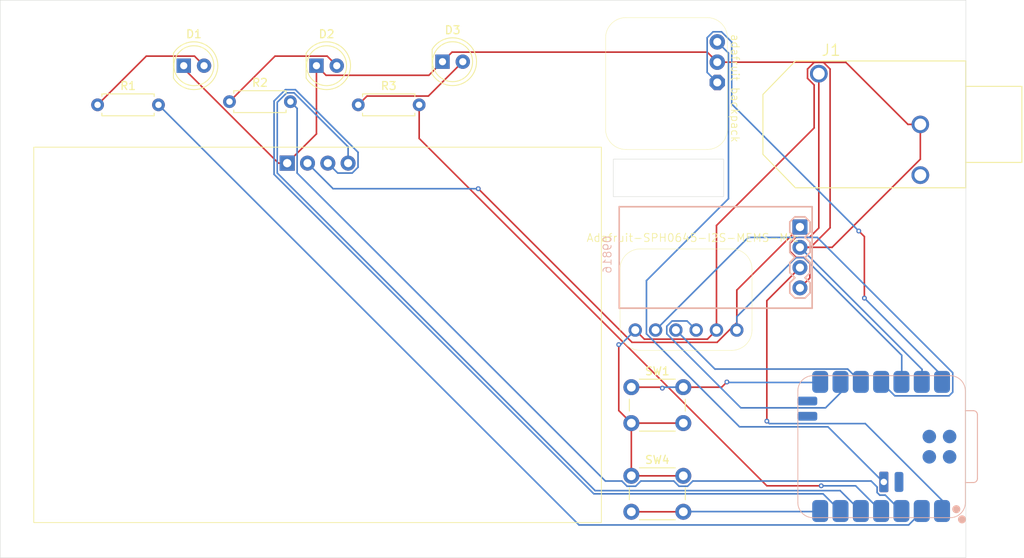
<source format=kicad_pcb>
(kicad_pcb (version 20241229) (generator "pcbnew") (generator_version "9.0")
  (layers (0 "F.Cu" signal) (2 "B.Cu" signal) (13 "F.Paste" user) (15 "B.Paste" user) (5 "F.SilkS" user "F.Silkscreen") (7 "B.SilkS" user "B.Silkscreen") (1 "F.Mask" user) (3 "B.Mask" user) (25 "Edge.Cuts" user))
  (net 0 "")
  (net 1 "GND")
  (net 2 "Net-(D1-A)")
  (net 3 "Net-(D2-A)")
  (net 4 "Net-(D3-A)")
  (net 5 "Net-(U2-IN)")
  (net 7 "3V")
  (net 8 "Net-(MIC1-CLK)")
  (net 9 "Net-(MIC1-WS)")
  (net 10 "Net-(MIC1-DAT)")
  (net 11 "Net-(OL1-SCL)")
  (net 12 "Net-(OL1-SDA)")
  (net 13 "Net-(U1-P0.03_A1_D1)")
  (net 14 "Net-(U1-P0.28_A2_D2)")
  (net 15 "Net-(U1-P0.29_A3_D3)")
  (net 16 "Net-(U1-P1.12_D7_RX)")
  (net 17 "Net-(U1-P1.11_D6_TX)")
  (net 18 "Net-(U1-P0.02_A0_D0)")
  (net 21 "BAT")
  (net 24 "+5V")
  (footprint "LED_THT:LED_D5.0mm" (layer "F.Cu") (at 92.925 81.6)
    (property "Reference" "D3" (at 1.27 -3.96 0) (layer "F.SilkS"))
    (property "Value" "LED")
    (fp_line (start -1.29 -1.545) (end -1.29 1.545) (stroke (width 0.12)) (layer "F.SilkS"))
    (fp_arc (start -1.29 -1.54483) (mid 2.071779 -2.880495) (end 4.26 0) (stroke (width 0.12)) (layer "F.SilkS"))
    (fp_arc (start 4.26 0) (mid 2.071779 2.880495) (end -1.29 1.54483) (stroke (width 0.12)) (layer "F.SilkS"))
    (fp_circle (center 1.27 0) (end 3.77 0) (stroke (width 0.12)) (fill no) (layer "F.SilkS"))
    (pad "1" thru_hole rect (at 0 0) (size 1.8 1.8) (drill 0.9) (layers "*.Cu" "*.Mask") (net 1 "GND"))
    (pad "2" thru_hole circle (at 2.54 0) (size 1.8 1.8) (drill 0.9) (layers "*.Cu" "*.Mask") (net 4 "Net-(D3-A)"))
  )
  (footprint "Resistor_THT:R_Axial_DIN0207_L6.3mm_D2.5mm_P7.62mm_Horizontal" (layer "F.Cu") (at 49.78 87)
    (property "Reference" "R1" (at 3.81 -2.37 0) (layer "F.SilkS"))
    (property "Value" "R")
    (fp_line (start 0.54 -1.37) (end 7.08 -1.37) (stroke (width 0.12)) (layer "F.SilkS"))
    (fp_line (start 0.54 -1.04) (end 0.54 -1.37) (stroke (width 0.12)) (layer "F.SilkS"))
    (fp_line (start 0.54 1.04) (end 0.54 1.37) (stroke (width 0.12)) (layer "F.SilkS"))
    (fp_line (start 0.54 1.37) (end 7.08 1.37) (stroke (width 0.12)) (layer "F.SilkS"))
    (fp_line (start 7.08 -1.37) (end 7.08 -1.04) (stroke (width 0.12)) (layer "F.SilkS"))
    (fp_line (start 7.08 1.37) (end 7.08 1.04) (stroke (width 0.12)) (layer "F.SilkS"))
    (pad "1" thru_hole circle (at 0 0) (size 1.6 1.6) (drill 0.8) (layers "*.Cu" "*.Mask") (net 2 "Net-(D1-A)"))
    (pad "2" thru_hole circle (at 7.62 0) (size 1.6 1.6) (drill 0.8) (layers "*.Cu" "*.Mask") (net 13 "Net-(U1-P0.03_A1_D1)"))
  )
  (footprint "LED_THT:LED_D5.0mm" (layer "F.Cu") (at 60.56 82.1)
    (property "Reference" "D1" (at 1.27 -3.96 0) (layer "F.SilkS"))
    (property "Value" "LED")
    (fp_line (start -1.29 -1.545) (end -1.29 1.545) (stroke (width 0.12)) (layer "F.SilkS"))
    (fp_arc (start -1.29 -1.54483) (mid 2.071779 -2.880495) (end 4.26 0) (stroke (width 0.12)) (layer "F.SilkS"))
    (fp_arc (start 4.26 0) (mid 2.071779 2.880495) (end -1.29 1.54483) (stroke (width 0.12)) (layer "F.SilkS"))
    (fp_circle (center 1.27 0) (end 3.77 0) (stroke (width 0.12)) (fill no) (layer "F.SilkS"))
    (pad "1" thru_hole rect (at 0 0) (size 1.8 1.8) (drill 0.9) (layers "*.Cu" "*.Mask") (net 1 "GND"))
    (pad "2" thru_hole circle (at 2.54 0) (size 1.8 1.8) (drill 0.9) (layers "*.Cu" "*.Mask") (net 2 "Net-(D1-A)"))
  )
  (footprint "battery backpack:battery backpack" (layer "F.Cu") (at 120.45 84.59 -90)
    (property "Reference" "U3" (hide yes))
    (property "Value" "Adafruit LiIon/LiPoly Backpack" (hide yes))
    (fp_line (start 5.46 7.12) (end -5.97 7.12) (stroke (width 0.05)) (layer "F.SilkS"))
    (fp_line (start -8.51 4.58) (end -8.51 -5.58) (stroke (width 0.05)) (layer "F.SilkS"))
    (fp_line (start 8 -5.58) (end 8 4.58) (stroke (width 0.05)) (layer "F.SilkS"))
    (fp_line (start -5.97 -8.12) (end 5.46 -8.12) (stroke (width 0.05)) (layer "F.SilkS"))
    (fp_arc (start -5.97 7.12) (mid -7.766051 6.376051) (end -8.51 4.58) (stroke (width 0.05)) (layer "F.SilkS"))
    (fp_arc (start 8 4.58) (mid 7.256051 6.376051) (end 5.46 7.12) (stroke (width 0.05)) (layer "F.SilkS"))
    (fp_arc (start -8.51 -5.58) (mid -7.766051 -7.376051) (end -5.97 -8.12) (stroke (width 0.05)) (layer "F.SilkS"))
    (fp_arc (start 5.46 -8.12) (mid 7.256051 -7.376051) (end 8 -5.58) (stroke (width 0.05)) (layer "F.SilkS"))
    (fp_text user "adafruit backpack" (at -6.5 -8.5 270) (layer "F.SilkS") (effects (font (thickness 0.1)) (justify left bottom)))
    (pad "1" thru_hole roundrect (at -0.39 -6.85 180) (size 1.9304 1.9304) (drill 1) (layers "*.Cu" "*.Mask") (chamfer_ratio 0.2928932188) (chamfer top_left top_right bottom_left bottom_right) (net 24 "+5V"))
    (pad "2" thru_hole circle (at -2.93 -6.85 180) (size 1.9304 1.9304) (drill 1) (layers "*.Cu" "*.Mask") (net 1 "GND"))
    (pad "3" thru_hole circle (at -5.47 -6.85 180) (size 1.9304 1.9304) (drill 1) (layers "*.Cu" "*.Mask") (net 21 "BAT"))
  )
  (footprint "RN112BPC:SWITCHCRAFT_RN112BPC" (layer "F.Cu") (at 152.7 89.45)
    (property "Reference" "J1" (at -11.155 -9.289 0) (layer "F.SilkS") (effects (font (size 1.4 1.4))))
    (property "Value" "RN112BPC")
    (fp_line (start -19.69 -3.75) (end -15.626 -7.94) (stroke (width 0.127)) (layer "F.SilkS"))
    (fp_line (start -19.69 3.75) (end -19.69 -3.75) (stroke (width 0.127)) (layer "F.SilkS"))
    (fp_line (start -15.626 -7.94) (end 5.68 -7.94) (stroke (width 0.127)) (layer "F.SilkS"))
    (fp_line (start -15.626 7.94) (end -19.69 3.75) (stroke (width 0.127)) (layer "F.SilkS"))
    (fp_line (start 5.68 -7.94) (end 5.68 -4.7625) (stroke (width 0.127)) (layer "F.SilkS"))
    (fp_line (start 5.68 -4.7625) (end 5.68 4.7625) (stroke (width 0.127)) (layer "F.SilkS"))
    (fp_line (start 5.68 -4.7625) (end 12.7 -4.7625) (stroke (width 0.127)) (layer "F.SilkS"))
    (fp_line (start 5.68 4.7625) (end 5.68 7.94) (stroke (width 0.127)) (layer "F.SilkS"))
    (fp_line (start 5.68 7.94) (end -15.626 7.94) (stroke (width 0.127)) (layer "F.SilkS"))
    (fp_line (start 12.7 -4.7625) (end 12.7 4.7625) (stroke (width 0.127)) (layer "F.SilkS"))
    (fp_line (start 12.7 4.7625) (end 5.68 4.7625) (stroke (width 0.127)) (layer "F.SilkS"))
    (pad "" np_thru_hole circle (at -15.24 0) (size 2.69 2.69) (drill 2.69) (layers "*.Cu" "*.Mask"))
    (pad "" np_thru_hole circle (at -2.54 -3.81) (size 2.69 2.69) (drill 2.69) (layers "*.Cu" "*.Mask"))
    (pad "" np_thru_hole circle (at -2.54 3.81) (size 2.69 2.69) (drill 2.69) (layers "*.Cu" "*.Mask"))
    (pad "R" thru_hole circle (at 0 6.35) (size 2.22 2.22) (drill 1.48) (layers "*.Cu" "*.Mask"))
    (pad "S" thru_hole circle (at 0 0) (size 2.19 2.19) (drill 1.46) (layers "*.Cu" "*.Mask") (net 1 "GND"))
    (pad "T" thru_hole circle (at -12.7 -6.35) (size 2.22 2.22) (drill 1.48) (layers "*.Cu" "*.Mask") (net 5 "Net-(U2-IN)"))
  )
  (footprint "Resistor_THT:R_Axial_DIN0207_L6.3mm_D2.5mm_P7.62mm_Horizontal" (layer "F.Cu") (at 82.39 87)
    (property "Reference" "R3" (at 3.81 -2.37 0) (layer "F.SilkS"))
    (property "Value" "R")
    (fp_line (start 0.54 -1.37) (end 7.08 -1.37) (stroke (width 0.12)) (layer "F.SilkS"))
    (fp_line (start 0.54 -1.04) (end 0.54 -1.37) (stroke (width 0.12)) (layer "F.SilkS"))
    (fp_line (start 0.54 1.04) (end 0.54 1.37) (stroke (width 0.12)) (layer "F.SilkS"))
    (fp_line (start 0.54 1.37) (end 7.08 1.37) (stroke (width 0.12)) (layer "F.SilkS"))
    (fp_line (start 7.08 -1.37) (end 7.08 -1.04) (stroke (width 0.12)) (layer "F.SilkS"))
    (fp_line (start 7.08 1.37) (end 7.08 1.04) (stroke (width 0.12)) (layer "F.SilkS"))
    (pad "1" thru_hole circle (at 0 0) (size 1.6 1.6) (drill 0.8) (layers "*.Cu" "*.Mask") (net 4 "Net-(D3-A)"))
    (pad "2" thru_hole circle (at 7.62 0) (size 1.6 1.6) (drill 0.8) (layers "*.Cu" "*.Mask") (net 15 "Net-(U1-P0.29_A3_D3)"))
  )
  (footprint "Button_Switch_THT:SW_PUSH_6mm" (layer "F.Cu") (at 116.55 122.35)
    (property "Reference" "SW1" (at 3.25 -2 0) (layer "F.SilkS"))
    (property "Value" "SW_Push")
    (fp_line (start -0.25 1.5) (end -0.25 3) (stroke (width 0.12)) (layer "F.SilkS"))
    (fp_line (start 1 5.5) (end 5.5 5.5) (stroke (width 0.12)) (layer "F.SilkS"))
    (fp_line (start 5.5 -1) (end 1 -1) (stroke (width 0.12)) (layer "F.SilkS"))
    (fp_line (start 6.75 3) (end 6.75 1.5) (stroke (width 0.12)) (layer "F.SilkS"))
    (pad "1" thru_hole circle (at 0 0 90) (size 2 2) (drill 1.1) (layers "*.Cu" "*.Mask") (net 16 "Net-(U1-P1.12_D7_RX)"))
    (pad "1" thru_hole circle (at 6.5 0 90) (size 2 2) (drill 1.1) (layers "*.Cu" "*.Mask") (net 16 "Net-(U1-P1.12_D7_RX)"))
    (pad "2" thru_hole circle (at 0 4.5 90) (size 2 2) (drill 1.1) (layers "*.Cu" "*.Mask") (net 1 "GND"))
    (pad "2" thru_hole circle (at 6.5 4.5 90) (size 2 2) (drill 1.1) (layers "*.Cu" "*.Mask") (net 1 "GND"))
  )
  (footprint "LED_THT:LED_D5.0mm" (layer "F.Cu") (at 77.16 82.1)
    (property "Reference" "D2" (at 1.27 -3.96 0) (layer "F.SilkS"))
    (property "Value" "LED")
    (fp_line (start -1.29 -1.545) (end -1.29 1.545) (stroke (width 0.12)) (layer "F.SilkS"))
    (fp_arc (start -1.29 -1.54483) (mid 2.071779 -2.880495) (end 4.26 0) (stroke (width 0.12)) (layer "F.SilkS"))
    (fp_arc (start 4.26 0) (mid 2.071779 2.880495) (end -1.29 1.54483) (stroke (width 0.12)) (layer "F.SilkS"))
    (fp_circle (center 1.27 0) (end 3.77 0) (stroke (width 0.12)) (fill no) (layer "F.SilkS"))
    (pad "1" thru_hole rect (at 0 0) (size 1.8 1.8) (drill 0.9) (layers "*.Cu" "*.Mask") (net 1 "GND"))
    (pad "2" thru_hole circle (at 2.54 0) (size 1.8 1.8) (drill 0.9) (layers "*.Cu" "*.Mask") (net 3 "Net-(D2-A)"))
  )
  (footprint "Resistor_THT:R_Axial_DIN0207_L6.3mm_D2.5mm_P7.62mm_Horizontal" (layer "F.Cu") (at 66.28 86.6)
    (property "Reference" "R2" (at 3.81 -2.37 0) (layer "F.SilkS"))
    (property "Value" "R")
    (fp_line (start 0.54 -1.37) (end 7.08 -1.37) (stroke (width 0.12)) (layer "F.SilkS"))
    (fp_line (start 0.54 -1.04) (end 0.54 -1.37) (stroke (width 0.12)) (layer "F.SilkS"))
    (fp_line (start 0.54 1.04) (end 0.54 1.37) (stroke (width 0.12)) (layer "F.SilkS"))
    (fp_line (start 0.54 1.37) (end 7.08 1.37) (stroke (width 0.12)) (layer "F.SilkS"))
    (fp_line (start 7.08 -1.37) (end 7.08 -1.04) (stroke (width 0.12)) (layer "F.SilkS"))
    (fp_line (start 7.08 1.37) (end 7.08 1.04) (stroke (width 0.12)) (layer "F.SilkS"))
    (pad "1" thru_hole circle (at 0 0) (size 1.6 1.6) (drill 0.8) (layers "*.Cu" "*.Mask") (net 3 "Net-(D2-A)"))
    (pad "2" thru_hole circle (at 7.62 0) (size 1.6 1.6) (drill 0.8) (layers "*.Cu" "*.Mask") (net 14 "Net-(U1-P0.28_A2_D2)"))
  )
  (footprint "Button_Switch_THT:SW_PUSH_6mm" (layer "F.Cu") (at 116.55 133.45)
    (property "Reference" "SW4" (at 3.25 -2 0) (layer "F.SilkS"))
    (property "Value" "SW_Push")
    (fp_line (start -0.25 1.5) (end -0.25 3) (stroke (width 0.12)) (layer "F.SilkS"))
    (fp_line (start 1 5.5) (end 5.5 5.5) (stroke (width 0.12)) (layer "F.SilkS"))
    (fp_line (start 5.5 -1) (end 1 -1) (stroke (width 0.12)) (layer "F.SilkS"))
    (fp_line (start 6.75 3) (end 6.75 1.5) (stroke (width 0.12)) (layer "F.SilkS"))
    (pad "1" thru_hole circle (at 0 0 90) (size 2 2) (drill 1.1) (layers "*.Cu" "*.Mask") (net 1 "GND"))
    (pad "1" thru_hole circle (at 6.5 0 90) (size 2 2) (drill 1.1) (layers "*.Cu" "*.Mask") (net 1 "GND"))
    (pad "2" thru_hole circle (at 0 4.5 90) (size 2 2) (drill 1.1) (layers "*.Cu" "*.Mask") (net 17 "Net-(U1-P1.11_D6_TX)"))
    (pad "2" thru_hole circle (at 6.5 4.5 90) (size 2 2) (drill 1.1) (layers "*.Cu" "*.Mask") (net 17 "Net-(U1-P1.11_D6_TX)"))
  )
  (footprint "Adafruit:Adafruit-SPH0645-I2S-MEMS-Mic" (layer "F.Cu") (at 123.39 111.24)
    (property "Reference" "MIC1" (hide yes))
    (property "Value" "SPH0645-I2S-MEMS" (hide yes))
    (fp_line (start -8.255 -3.66) (end -8.255 3.96) (stroke (width 0.05)) (layer "F.SilkS"))
    (fp_line (start -5.715 6.5) (end 5.715 6.5) (stroke (width 0.05)) (layer "F.SilkS"))
    (fp_line (start 5.715 -6.2) (end -5.715 -6.2) (stroke (width 0.05)) (layer "F.SilkS"))
    (fp_line (start 8.255 3.96) (end 8.255 -3.66) (stroke (width 0.05)) (layer "F.SilkS"))
    (fp_arc (start -8.255 -3.66) (mid -7.511051 -5.456051) (end -5.715 -6.2) (stroke (width 0.05)) (layer "F.SilkS"))
    (fp_arc (start -5.715 6.5) (mid -7.511051 5.756051) (end -8.255 3.96) (stroke (width 0.05)) (layer "F.SilkS"))
    (fp_arc (start 5.715 -6.2) (mid 7.511051 -5.456051) (end 8.255 -3.66) (stroke (width 0.05)) (layer "F.SilkS"))
    (fp_arc (start 8.255 3.96) (mid 7.511051 5.756051) (end 5.715 6.5) (stroke (width 0.05)) (layer "F.SilkS"))
    (fp_text user "Adafruit-SPH0645-I2S-MEMS-Mic" (at -12.5 -7 0) (layer "F.SilkS") (effects (font (thickness 0.1)) (justify left bottom)))
    (pad "1" thru_hole circle (at 6.35 3.96 90) (size 1.6764 1.6764) (drill 1) (layers "*.Cu" "*.Mask") (net 7 "3V"))
    (pad "2" thru_hole circle (at 3.81 3.96 90) (size 1.6764 1.6764) (drill 1) (layers "*.Cu" "*.Mask") (net 1 "GND"))
    (pad "3" thru_hole circle (at 1.27 3.96 90) (size 1.6764 1.6764) (drill 1) (layers "*.Cu" "*.Mask") (net 8 "Net-(MIC1-CLK)"))
    (pad "4" thru_hole circle (at -1.27 3.96 90) (size 1.6764 1.6764) (drill 1) (layers "*.Cu" "*.Mask") (net 10 "Net-(MIC1-DAT)"))
    (pad "5" thru_hole circle (at -3.81 3.96 90) (size 1.6764 1.6764) (drill 1) (layers "*.Cu" "*.Mask") (net 9 "Net-(MIC1-WS)"))
    (pad "6" thru_hole circle (at -6.35 3.96 90) (size 1.6764 1.6764) (drill 1) (layers "*.Cu" "*.Mask") (net 1 "GND"))
  )
  (footprint "oled:2.42_ oled" (layer "F.Cu") (at 77.3 115.8)
    (property "Reference" "OL1" (hide yes))
    (property "Value" "SSD1306_0.61_OLED")
    (fp_rect (start -35.5 -23.5) (end 35.5 23.5) (stroke (width 0.1)) (fill no) (layer "F.SilkS"))
    (pad "1" thru_hole rect (at -3.8 -21.5 90) (size 1.8796 1.8796) (drill 1.016) (layers "*.Cu" "*.Mask") (net 1 "GND"))
    (pad "1" thru_hole rect (at -3.8 -21.5 90) (size 1.8796 1.8796) (drill 1.016) (layers "*.Cu" "*.Mask") (net 1 "GND"))
    (pad "2" thru_hole circle (at -1.26 -21.5 90) (size 1.8796 1.8796) (drill 1.016) (layers "*.Cu" "*.Mask") (net 7 "3V"))
    (pad "3" thru_hole circle (at 1.28 -21.5 90) (size 1.8796 1.8796) (drill 1.016) (layers "*.Cu" "*.Mask") (net 11 "Net-(OL1-SCL)"))
    (pad "4" thru_hole circle (at 3.82 -21.5 90) (size 1.8796 1.8796) (drill 1.016) (layers "*.Cu" "*.Mask") (net 12 "Net-(OL1-SDA)"))
  )
  (footprint "converter:09816" (layer "B.Cu") (at 130.64 105.8 -90)
    (property "Reference" "U2" (hide yes))
    (property "Value" "09816" (hide yes))
    (fp_line (start -6.04 15.606) (end 6.66 15.606) (stroke (width 0.2032)) (layer "B.SilkS"))
    (fp_line (start 6.66 15.606) (end 6.66 -8.524) (stroke (width 0.2032)) (layer "B.SilkS"))
    (fp_line (start -4.135 -5.73) (end -2.865 -5.73) (stroke (width 0.2032)) (layer "B.SilkS"))
    (fp_line (start -4.135 -5.73) (end -4.77 -6.365) (stroke (width 0.2032)) (layer "B.SilkS"))
    (fp_line (start -2.865 -5.73) (end -2.23 -6.365) (stroke (width 0.2032)) (layer "B.SilkS"))
    (fp_line (start -1.595 -5.73) (end -0.325 -5.73) (stroke (width 0.2032)) (layer "B.SilkS"))
    (fp_line (start -0.325 -5.73) (end 0.31 -6.365) (stroke (width 0.2032)) (layer "B.SilkS"))
    (fp_line (start 0.945 -5.73) (end 2.215 -5.73) (stroke (width 0.2032)) (layer "B.SilkS"))
    (fp_line (start 2.215 -5.73) (end 2.85 -6.365) (stroke (width 0.2032)) (layer "B.SilkS"))
    (fp_line (start 3.485 -5.73) (end 4.755 -5.73) (stroke (width 0.2032)) (layer "B.SilkS"))
    (fp_line (start 3.485 -5.73) (end 2.85 -6.365) (stroke (width 0.2032)) (layer "B.SilkS"))
    (fp_line (start 4.755 -5.73) (end 5.39 -6.365) (stroke (width 0.2032)) (layer "B.SilkS"))
    (fp_line (start -4.77 -6.365) (end -4.77 -7.635) (stroke (width 0.2032)) (layer "B.SilkS"))
    (fp_line (start -2.23 -6.365) (end -1.595 -5.73) (stroke (width 0.2032)) (layer "B.SilkS"))
    (fp_line (start 0.31 -6.365) (end 0.945 -5.73) (stroke (width 0.2032)) (layer "B.SilkS"))
    (fp_line (start 5.39 -6.365) (end 5.39 -7.635) (stroke (width 0.2032)) (layer "B.SilkS"))
    (fp_line (start -4.77 -7.635) (end -4.135 -8.27) (stroke (width 0.2032)) (layer "B.SilkS"))
    (fp_line (start -2.23 -7.635) (end -2.865 -8.27) (stroke (width 0.2032)) (layer "B.SilkS"))
    (fp_line (start 0.31 -7.635) (end -0.325 -8.27) (stroke (width 0.2032)) (layer "B.SilkS"))
    (fp_line (start 2.85 -7.635) (end 2.215 -8.27) (stroke (width 0.2032)) (layer "B.SilkS"))
    (fp_line (start 2.85 -7.635) (end 3.485 -8.27) (stroke (width 0.2032)) (layer "B.SilkS"))
    (fp_line (start 5.39 -7.635) (end 4.755 -8.27) (stroke (width 0.2032)) (layer "B.SilkS"))
    (fp_line (start -2.865 -8.27) (end -4.135 -8.27) (stroke (width 0.2032)) (layer "B.SilkS"))
    (fp_line (start -1.595 -8.27) (end -2.23 -7.635) (stroke (width 0.2032)) (layer "B.SilkS"))
    (fp_line (start -0.325 -8.27) (end -1.595 -8.27) (stroke (width 0.2032)) (layer "B.SilkS"))
    (fp_line (start 0.945 -8.27) (end 0.31 -7.635) (stroke (width 0.2032)) (layer "B.SilkS"))
    (fp_line (start 2.215 -8.27) (end 0.945 -8.27) (stroke (width 0.2032)) (layer "B.SilkS"))
    (fp_line (start 4.755 -8.27) (end 3.485 -8.27) (stroke (width 0.2032)) (layer "B.SilkS"))
    (fp_line (start -6.04 -8.524) (end -6.04 15.606) (stroke (width 0.2032)) (layer "B.SilkS"))
    (fp_line (start 6.66 -8.524) (end -6.04 -8.524) (stroke (width 0.2032)) (layer "B.SilkS"))
    (fp_text user "09816" (at -2.5 16.5 90) (layer "B.SilkS") (effects (font (thickness 0.1)) (justify left bottom mirror)))
    (pad "1" thru_hole rect (at -3.5 -7 180) (size 1.8796 1.8796) (drill 1.016) (layers "*.Cu" "*.Mask") (net 7 "3V"))
    (pad "1" thru_hole rect (at -3.5 -7 180) (size 1.8796 1.8796) (drill 1.016) (layers "*.Cu" "*.Mask") (net 7 "3V"))
    (pad "2" thru_hole circle (at -0.96 -7 180) (size 1.8796 1.8796) (drill 1.016) (layers "*.Cu" "*.Mask") (net 1 "GND"))
    (pad "3" thru_hole circle (at 1.58 -7 180) (size 1.8796 1.8796) (drill 1.016) (layers "*.Cu" "*.Mask") (net 18 "Net-(U1-P0.02_A0_D0)"))
    (pad "4" thru_hole circle (at 4.12 -7 180) (size 1.8796 1.8796) (drill 1.016) (layers "*.Cu" "*.Mask") (net 5 "Net-(U2-IN)"))
  )
  (footprint "XIAO:XIAO-nRF52840-SMD-V2" (layer "B.Cu") (at 147.8315 129.815 90)
    (property "Reference" "U1" (hide yes))
    (property "Value" "XIAO-nRF52840-SMD")
    (fp_line (start -6.97 -10.455) (end 7 -10.455) (stroke (width 0.1)) (layer "B.SilkS"))
    (fp_line (start 8.905 -8.55) (end 8.905 8.595) (stroke (width 0.1)) (layer "B.SilkS"))
    (fp_line (start -8.875 -8.55) (end -8.875 8.595) (stroke (width 0.1)) (layer "B.SilkS"))
    (fp_line (start 7 10.5) (end -6.97 10.5) (stroke (width 0.1)) (layer "B.SilkS"))
    (fp_line (start -4.48 10.5) (end -4.476272 11.510272) (stroke (width 0.127)) (layer "B.SilkS"))
    (fp_line (start 4.519 11.51) (end 4.519 10.5) (stroke (width 0.127)) (layer "B.SilkS"))
    (fp_line (start -3.976272 12.01) (end 4.019 12.01) (stroke (width 0.127)) (layer "B.SilkS"))
    (fp_arc (start 7 -10.455) (mid 8.347038 -9.897038) (end 8.905 -8.55) (stroke (width 0.1)) (layer "B.SilkS"))
    (fp_arc (start -8.875 -8.55) (mid -8.317038 -9.897038) (end -6.97 -10.455) (stroke (width 0.1)) (layer "B.SilkS"))
    (fp_arc (start 8.905 8.595) (mid 8.347024 9.942024) (end 7 10.5) (stroke (width 0.1)) (layer "B.SilkS"))
    (fp_arc (start -6.97 10.504) (mid -8.317038 9.946038) (end -8.875 8.599) (stroke (width 0.1)) (layer "B.SilkS"))
    (fp_arc (start 4.519 11.51) (mid 4.372524 11.863524) (end 4.019 12.01) (stroke (width 0.127)) (layer "B.SilkS"))
    (fp_arc (start -3.976272 12.01) (mid -4.329724 11.863644) (end -4.476272 11.510272) (stroke (width 0.127)) (layer "B.SilkS"))
    (fp_circle (center -7.811 9.367) (end -7.811 9.621) (stroke (width 0.5)) (fill yes) (layer "B.SilkS"))
    (fp_circle (center -9.085 10.084) (end -9.085 10.338) (stroke (width 0.5)) (fill yes) (layer "B.SilkS"))
    (pad "1" smd roundrect (at -8.04 7.583 90) (size 2.75 2) (layers "B.Cu" "B.Mask" "B.Paste") (net 18 "Net-(U1-P0.02_A0_D0)"))
    (pad "2" smd roundrect (at -8.04 5.043 90) (size 2.75 2) (layers "B.Cu" "B.Mask" "B.Paste") (net 13 "Net-(U1-P0.03_A1_D1)"))
    (pad "3" smd roundrect (at -8.04 2.503 90) (size 2.75 2) (layers "B.Cu" "B.Mask" "B.Paste") (net 14 "Net-(U1-P0.28_A2_D2)"))
    (pad "4" smd roundrect (at -8.04 -0.037 90) (size 2.75 2) (layers "B.Cu" "B.Mask" "B.Paste") (net 15 "Net-(U1-P0.29_A3_D3)"))
    (pad "5" smd roundrect (at -8.04 -2.577 90) (size 2.75 2) (layers "B.Cu" "B.Mask" "B.Paste") (net 12 "Net-(OL1-SDA)"))
    (pad "6" smd roundrect (at -8.04 -5.117 90) (size 2.75 2) (layers "B.Cu" "B.Mask" "B.Paste") (net 11 "Net-(OL1-SCL)"))
    (pad "7" smd roundrect (at -8.04 -7.657 90) (size 2.75 2) (layers "B.Cu" "B.Mask" "B.Paste") (net 17 "Net-(U1-P1.11_D6_TX)"))
    (pad "8" smd roundrect (at 8.125 -7.657 90) (size 2.75 2) (layers "B.Cu" "B.Mask" "B.Paste") (net 16 "Net-(U1-P1.12_D7_RX)"))
    (pad "9" smd roundrect (at 8.125 -5.117 90) (size 2.75 2) (layers "B.Cu" "B.Mask" "B.Paste") (net 8 "Net-(MIC1-CLK)"))
    (pad "10" smd roundrect (at 8.125 -2.577 90) (size 2.75 2) (layers "B.Cu" "B.Mask" "B.Paste") (net 10 "Net-(MIC1-DAT)"))
    (pad "11" smd roundrect (at 8.125 -0.037 90) (size 2.75 2) (layers "B.Cu" "B.Mask" "B.Paste") (net 9 "Net-(MIC1-WS)"))
    (pad "12" smd roundrect (at 8.125 2.503 90) (size 2.75 2) (layers "B.Cu" "B.Mask" "B.Paste") (net 7 "3V"))
    (pad "13" smd roundrect (at 8.125 5.043 90) (size 2.75 2) (layers "B.Cu" "B.Mask" "B.Paste") (net 1 "GND"))
    (pad "14" smd roundrect (at 8.125 7.583 90) (size 2.75 2) (layers "B.Cu" "B.Mask" "B.Paste") (net 24 "+5V"))
    (pad "15" thru_hole roundrect (at -4.4 0.3 90) (size 2.57 1.135) (drill 0.8) (layers "*.Cu" "*.Mask") (roundrect_rratio 0.15) (net 21 "BAT"))
    (pad "16" smd roundrect (at -4.4 2.2 270) (size 2.5 1.1) (layers "B.Cu" "B.Mask" "B.Paste"))
    (pad "17" smd roundrect (at 3.825 -9.2739 180) (size 2.5 1.1) (layers "B.Cu" "B.Mask" "B.Paste"))
    (pad "18" smd roundrect (at 5.73 -9.2739 180) (size 2.5 1.1) (layers "B.Cu" "B.Mask" "B.Paste"))
    (pad "19" smd circle (at -1.255 8.5315 90) (size 1.7 1.7) (layers "B.Cu" "B.Mask" "B.Paste"))
    (pad "20" smd circle (at 1.285 8.5315 90) (size 1.7 1.7) (layers "B.Cu" "B.Mask" "B.Paste"))
    (pad "21" smd circle (at -1.255 5.9915 90) (size 1.7 1.7) (layers "B.Cu" "B.Mask" "B.Paste"))
    (pad "22" smd circle (at 1.285 5.9915 90) (size 1.7 1.7) (layers "B.Cu" "B.Mask" "B.Paste"))
  )
  (gr_rect (start 114.3 93.8) (end 128.1 98.5) (stroke (width 0.05)) (fill no) (layer "Edge.Cuts"))
  (gr_rect (start 37.6 73.9) (end 158.4 143.7) (stroke (width 0.05)) (fill no) (layer "Edge.Cuts"))
  (segment (start 139.415544 89.892962) (end 139.415544 84.511) (width 0.2) (layer "F.Cu") (net 1))
  (segment (start 138.589 83.684456) (end 138.589 82.515544) (width 0.2) (layer "F.Cu") (net 1))
  (segment (start 77.16 90.64) (end 73.5 94.3) (width 0.2) (layer "F.Cu") (net 1))
  (segment (start 127.2 102.108506) (end 139.415544 89.892962) (width 0.2) (layer "F.Cu") (net 1))
  (segment (start 116.55 126.85) (end 116.55 133.45) (width 0.2) (layer "F.Cu") (net 1))
  (segment (start 152.7 93.804544) (end 141.664544 104.84) (width 0.2) (layer "F.Cu") (net 1))
  (segment (start 114.975735 125.275735) (end 114.975735 117.024265) (width 0.2) (layer "F.Cu") (net 1))
  (segment (start 141.411 82.515544) (end 141.411 102.398077) (width 0.2) (layer "F.Cu") (net 1))
  (segment (start 72.4 94.3) (end 73.5 94.3) (width 0.2) (layer "F.Cu") (net 1))
  (segment (start 117.04 115.2) (end 118.1792 116.3392) (width 0.2) (layer "F.Cu") (net 1))
  (segment (start 151.151437 89.45) (end 152.7 89.45) (width 0.2) (layer "F.Cu") (net 1))
  (segment (start 94.126 80.399) (end 92.925 81.6) (width 0.2) (layer "F.Cu") (net 1))
  (segment (start 138.589 82.515544) (end 139.415544 81.689) (width 0.2) (layer "F.Cu") (net 1))
  (segment (start 60.56 82.1) (end 60.56 82.46) (width 0.2) (layer "F.Cu") (net 1))
  (segment (start 127.2 115.2) (end 127.2 102.108506) (width 0.2) (layer "F.Cu") (net 1))
  (segment (start 92.925 81.6) (end 91.224 83.301) (width 0.2) (layer "F.Cu") (net 1))
  (segment (start 118.1792 116.3392) (end 126.0608 116.3392) (width 0.2) (layer "F.Cu") (net 1))
  (segment (start 127.3 81.66) (end 126.039 80.399) (width 0.2) (layer "F.Cu") (net 1))
  (segment (start 77.16 82.1) (end 77.16 90.64) (width 0.2) (layer "F.Cu") (net 1))
  (segment (start 138.969077 104.84) (end 137.64 104.84) (width 0.2) (layer "F.Cu") (net 1))
  (segment (start 116.55 133.45) (end 123.05 133.45) (width 0.2) (layer "F.Cu") (net 1))
  (segment (start 78.361 83.301) (end 77.16 82.1) (width 0.2) (layer "F.Cu") (net 1))
  (segment (start 139.415544 84.511) (end 138.589 83.684456) (width 0.2) (layer "F.Cu") (net 1))
  (segment (start 139.415544 81.689) (end 143.390437 81.689) (width 0.2) (layer "F.Cu") (net 1))
  (segment (start 127.3 81.66) (end 140.555456 81.66) (width 0.2) (layer "F.Cu") (net 1))
  (segment (start 152.7 89.45) (end 152.7 93.804544) (width 0.2) (layer "F.Cu") (net 1))
  (segment (start 60.56 82.46) (end 72.4 94.3) (width 0.2) (layer "F.Cu") (net 1))
  (segment (start 126.0608 116.3392) (end 127.2 115.2) (width 0.2) (layer "F.Cu") (net 1))
  (segment (start 126.039 80.399) (end 94.126 80.399) (width 0.2) (layer "F.Cu") (net 1))
  (segment (start 123.05 126.85) (end 116.55 126.85) (width 0.2) (layer "F.Cu") (net 1))
  (segment (start 140.555456 81.66) (end 141.411 82.515544) (width 0.2) (layer "F.Cu") (net 1))
  (segment (start 141.664544 104.84) (end 137.64 104.84) (width 0.2) (layer "F.Cu") (net 1))
  (segment (start 116.55 126.85) (end 114.975735 125.275735) (width 0.2) (layer "F.Cu") (net 1))
  (segment (start 91.224 83.301) (end 78.361 83.301) (width 0.2) (layer "F.Cu") (net 1))
  (segment (start 143.390437 81.689) (end 151.151437 89.45) (width 0.2) (layer "F.Cu") (net 1))
  (segment (start 141.411 102.398077) (end 138.969077 104.84) (width 0.2) (layer "F.Cu") (net 1))
  (via (at 114.975735 117.024265) (size 0.6) (drill 0.3) (layers "F.Cu" "B.Cu") (net 1))
  (segment (start 114.975735 117.024265) (end 115.215735 117.024265) (width 0.2) (layer "B.Cu") (net 1))
  (segment (start 115.215735 117.024265) (end 117.04 115.2) (width 0.2) (layer "B.Cu") (net 1))
  (segment (start 152.9115 121.76) (end 152.9115 120.1115) (width 0.2) (layer "B.Cu") (net 1))
  (segment (start 152.9115 120.1115) (end 137.64 104.84) (width 0.2) (layer "B.Cu") (net 1))
  (segment (start 49.78 87) (end 55.881 80.899) (width 0.2) (layer "F.Cu") (net 2))
  (segment (start 55.881 80.899) (end 61.899 80.899) (width 0.2) (layer "F.Cu") (net 2))
  (segment (start 61.899 80.899) (end 63.1 82.1) (width 0.2) (layer "F.Cu") (net 2))
  (segment (start 78.499 80.899) (end 79.7 82.1) (width 0.2) (layer "F.Cu") (net 3))
  (segment (start 71.981 80.899) (end 78.499 80.899) (width 0.2) (layer "F.Cu") (net 3))
  (segment (start 66.28 86.6) (end 71.981 80.899) (width 0.2) (layer "F.Cu") (net 3))
  (segment (start 95.465 81.6) (end 91.166 85.899) (width 0.2) (layer "F.Cu") (net 4))
  (segment (start 91.166 85.899) (end 83.491 85.899) (width 0.2) (layer "F.Cu") (net 4))
  (segment (start 83.491 85.899) (end 82.39 87) (width 0.2) (layer "F.Cu") (net 4))
  (segment (start 138.8224 103.5992) (end 137.126043 103.5992) (width 0.2) (layer "F.Cu") (net 5))
  (segment (start 140 83.1) (end 140 102.4216) (width 0.2) (layer "F.Cu") (net 5))
  (segment (start 138.114757 106.1) (end 138.8808 106.866043) (width 0.2) (layer "F.Cu") (net 5))
  (segment (start 137.126043 103.5992) (end 136.3992 104.326043) (width 0.2) (layer "F.Cu") (net 5))
  (segment (start 138.8808 108.6792) (end 137.64 109.92) (width 0.2) (layer "F.Cu") (net 5))
  (segment (start 137.145243 106.1) (end 138.114757 106.1) (width 0.2) (layer "F.Cu") (net 5))
  (segment (start 140 102.4216) (end 138.8224 103.5992) (width 0.2) (layer "F.Cu") (net 5))
  (segment (start 136.3992 105.353957) (end 137.145243 106.1) (width 0.2) (layer "F.Cu") (net 5))
  (segment (start 138.8808 106.866043) (end 138.8808 108.6792) (width 0.2) (layer "F.Cu") (net 5))
  (segment (start 136.3992 104.326043) (end 136.3992 105.353957) (width 0.2) (layer "F.Cu") (net 5))
  (segment (start 129.74 114.271073) (end 127.270873 116.7402) (width 0.2) (layer "F.Cu") (net 7))
  (segment (start 116.6402 116.7402) (end 97.4 97.5) (width 0.2) (layer "F.Cu") (net 7))
  (segment (start 127.270873 116.7402) (end 116.6402 116.7402) (width 0.2) (layer "F.Cu") (net 7))
  (segment (start 129.74 110.2) (end 129.74 114.271073) (width 0.2) (layer "F.Cu") (net 7))
  (segment (start 129.74 110.2) (end 137.64 102.3) (width 0.2) (layer "F.Cu") (net 7))
  (segment (start 129.74 115.2) (end 129.74 110.2) (width 0.2) (layer "F.Cu") (net 7))
  (via (at 97.4 97.5) (size 0.6) (drill 0.3) (layers "F.Cu" "B.Cu") (net 7))
  (segment (start 129.74 113.525243) (end 129.74 115.2) (width 0.2) (layer "B.Cu") (net 7))
  (segment (start 79.24 97.5) (end 76.04 94.3) (width 0.2) (layer "B.Cu") (net 7))
  (segment (start 150.3715 118.356743) (end 138.153957 106.1392) (width 0.2) (layer "B.Cu") (net 7))
  (segment (start 97.4 97.5) (end 79.24 97.5) (width 0.2) (layer "B.Cu") (net 7))
  (segment (start 150.3715 121.76) (end 150.3715 118.356743) (width 0.2) (layer "B.Cu") (net 7))
  (segment (start 137.126043 106.1392) (end 129.74 113.525243) (width 0.2) (layer "B.Cu") (net 7))
  (segment (start 138.153957 106.1392) (end 137.126043 106.1392) (width 0.2) (layer "B.Cu") (net 7))
  (segment (start 120.9808 115.671873) (end 130.244927 124.936) (width 0.2) (layer "B.Cu") (net 8))
  (segment (start 120.9808 114.728127) (end 120.9808 115.671873) (width 0.2) (layer "B.Cu") (net 8))
  (segment (start 140.8435 124.936) (end 142.7145 123.065) (width 0.2) (layer "B.Cu") (net 8))
  (segment (start 142.7145 123.065) (end 142.7145 121.69) (width 0.2) (layer "B.Cu") (net 8))
  (segment (start 130.244927 124.936) (end 140.8435 124.936) (width 0.2) (layer "B.Cu") (net 8))
  (segment (start 123.5208 114.0608) (end 121.648127 114.0608) (width 0.2) (layer "B.Cu") (net 8))
  (segment (start 121.648127 114.0608) (end 120.9808 114.728127) (width 0.2) (layer "B.Cu") (net 8))
  (segment (start 124.66 115.2) (end 123.5208 114.0608) (width 0.2) (layer "B.Cu") (net 8))
  (segment (start 156.7525 122.974058) (end 156.7525 120.545942) (width 0.2) (layer "B.Cu") (net 9))
  (segment (start 149.5075 123.436) (end 156.290558 123.436) (width 0.2) (layer "B.Cu") (net 9))
  (segment (start 156.290558 123.436) (end 156.7525 122.974058) (width 0.2) (layer "B.Cu") (net 9))
  (segment (start 131.1808 103.5992) (end 119.58 115.2) (width 0.2) (layer "B.Cu") (net 9))
  (segment (start 147.8315 121.76) (end 149.5075 123.436) (width 0.2) (layer "B.Cu") (net 9))
  (segment (start 139.805758 103.5992) (end 131.1808 103.5992) (width 0.2) (layer "B.Cu") (net 9))
  (segment (start 156.7525 120.545942) (end 139.805758 103.5992) (width 0.2) (layer "B.Cu") (net 9))
  (segment (start 145.2915 121.76) (end 143.6155 120.084) (width 0.2) (layer "B.Cu") (net 10))
  (segment (start 127.004 120.084) (end 122.12 115.2) (width 0.2) (layer "B.Cu") (net 10))
  (segment (start 143.6155 120.084) (end 127.004 120.084) (width 0.2) (layer "B.Cu") (net 10))
  (segment (start 71.8582 95.7069) (end 71.8582 86.51765) (width 0.2) (layer "B.Cu") (net 11))
  (segment (start 140.5285 135.702) (end 111.8533 135.702) (width 0.2) (layer "B.Cu") (net 11))
  (segment (start 79.8208 95.5408) (end 78.58 94.3) (width 0.2) (layer "B.Cu") (net 11))
  (segment (start 74.52215 85.098) (end 82.3608 92.93665) (width 0.2) (layer "B.Cu") (net 11))
  (segment (start 71.8582 86.51765) (end 73.27785 85.098) (width 0.2) (layer "B.Cu") (net 11))
  (segment (start 142.7515 137.925) (end 140.5285 135.702) (width 0.2) (layer "B.Cu") (net 11))
  (segment (start 82.3608 94.813957) (end 81.633957 95.5408) (width 0.2) (layer "B.Cu") (net 11))
  (segment (start 82.3608 92.93665) (end 82.3608 94.813957) (width 0.2) (layer "B.Cu") (net 11))
  (segment (start 73.27785 85.098) (end 74.52215 85.098) (width 0.2) (layer "B.Cu") (net 11))
  (segment (start 111.8533 135.702) (end 71.8582 95.7069) (width 0.2) (layer "B.Cu") (net 11))
  (segment (start 81.633957 95.5408) (end 79.8208 95.5408) (width 0.2) (layer "B.Cu") (net 11))
  (segment (start 145.2915 137.925) (end 142.6675 135.301) (width 0.2) (layer "B.Cu") (net 12))
  (segment (start 72.2592 86.68375) (end 73.44395 85.499) (width 0.2) (layer "B.Cu") (net 12))
  (segment (start 81.12 92.26295) (end 81.12 94.3) (width 0.2) (layer "B.Cu") (net 12))
  (segment (start 72.2592 95.5408) (end 72.2592 86.68375) (width 0.2) (layer "B.Cu") (net 12))
  (segment (start 73.44395 85.499) (end 74.35605 85.499) (width 0.2) (layer "B.Cu") (net 12))
  (segment (start 142.6675 135.301) (end 112.0194 135.301) (width 0.2) (layer "B.Cu") (net 12))
  (segment (start 112.0194 135.301) (end 72.2592 95.5408) (width 0.2) (layer "B.Cu") (net 12))
  (segment (start 74.35605 85.499) (end 81.12 92.26295) (width 0.2) (layer "B.Cu") (net 12))
  (segment (start 110.001 139.601) (end 57.4 87) (width 0.2) (layer "B.Cu") (net 13))
  (segment (start 152.9115 137.925) (end 151.2355 139.601) (width 0.2) (layer "B.Cu") (net 13))
  (segment (start 151.2355 139.601) (end 110.001 139.601) (width 0.2) (layer "B.Cu") (net 13))
  (segment (start 117.739892 134.1) (end 117.088892 134.751) (width 0.2) (layer "B.Cu") (net 14))
  (segment (start 147.294 135.536206) (end 147.294 134.8475) (width 0.2) (layer "B.Cu") (net 14))
  (segment (start 74.7408 95.5408) (end 74.7408 87.4408) (width 0.2) (layer "B.Cu") (net 14))
  (segment (start 147.623794 135.866) (end 147.294 135.536206) (width 0.2) (layer "B.Cu") (net 14))
  (segment (start 113.3 134.1) (end 74.7408 95.5408) (width 0.2) (layer "B.Cu") (net 14))
  (segment (start 116.011108 134.751) (end 115.360108 134.1) (width 0.2) (layer "B.Cu") (net 14))
  (segment (start 123.588892 134.751) (end 122.511108 134.751) (width 0.2) (layer "B.Cu") (net 14))
  (segment (start 122.511108 134.751) (end 121.860108 134.1) (width 0.2) (layer "B.Cu") (net 14))
  (segment (start 74.7408 87.4408) (end 73.9 86.6) (width 0.2) (layer "B.Cu") (net 14))
  (segment (start 146.5465 134.1) (end 124.239892 134.1) (width 0.2) (layer "B.Cu") (net 14))
  (segment (start 117.088892 134.751) (end 116.011108 134.751) (width 0.2) (layer "B.Cu") (net 14))
  (segment (start 147.294 134.8475) (end 146.5465 134.1) (width 0.2) (layer "B.Cu") (net 14))
  (segment (start 150.3715 137.925) (end 148.3125 135.866) (width 0.2) (layer "B.Cu") (net 14))
  (segment (start 121.860108 134.1) (end 117.739892 134.1) (width 0.2) (layer "B.Cu") (net 14))
  (segment (start 148.3125 135.866) (end 147.623794 135.866) (width 0.2) (layer "B.Cu") (net 14))
  (segment (start 124.239892 134.1) (end 123.588892 134.751) (width 0.2) (layer "B.Cu") (net 14))
  (segment (start 115.360108 134.1) (end 113.3 134.1) (width 0.2) (layer "B.Cu") (net 14))
  (segment (start 133.5 134.7) (end 90.01 91.21) (width 0.2) (layer "F.Cu") (net 15))
  (segment (start 90.01 91.21) (end 90.01 87) (width 0.2) (layer "F.Cu") (net 15))
  (segment (start 140.3 134.7) (end 133.5 134.7) (width 0.2) (layer "F.Cu") (net 15))
  (via (at 140.3 134.7) (size 0.6) (drill 0.3) (layers "F.Cu" "B.Cu") (net 15))
  (segment (start 144.6065 134.7) (end 140.3 134.7) (width 0.2) (layer "B.Cu") (net 15))
  (segment (start 147.8315 137.925) (end 144.6065 134.7) (width 0.2) (layer "B.Cu") (net 15))
  (segment (start 116.55 122.35) (end 120.30147 122.35) (width 0.2) (layer "F.Cu") (net 16))
  (segment (start 120.30147 122.35) (end 120.425735 122.474265) (width 0.2) (layer "F.Cu") (net 16))
  (segment (start 127.85 122.35) (end 123.05 122.35) (width 0.2) (layer "F.Cu") (net 16))
  (segment (start 128.5 121.7) (end 127.85 122.35) (width 0.2) (layer "F.Cu") (net 16))
  (via (at 128.5 121.7) (size 0.6) (drill 0.3) (layers "F.Cu" "B.Cu") (net 16))
  (via (at 120.425735 122.474265) (size 0.6) (drill 0.3) (layers "F.Cu" "B.Cu") (net 16))
  (segment (start 120.425735 122.474265) (end 120.55 122.35) (width 0.2) (layer "B.Cu") (net 16))
  (segment (start 128.56 121.76) (end 128.5 121.7) (width 0.2) (layer "B.Cu") (net 16))
  (segment (start 120.55 122.35) (end 123.05 122.35) (width 0.2) (layer "B.Cu") (net 16))
  (segment (start 140.2115 121.76) (end 128.56 121.76) (width 0.2) (layer "B.Cu") (net 16))
  (segment (start 116.55 137.95) (end 123.05 137.95) (width 0.2) (layer "F.Cu") (net 17))
  (segment (start 123.075 137.925) (end 123.05 137.95) (width 0.2) (layer "B.Cu") (net 17))
  (segment (start 140.2115 137.925) (end 123.075 137.925) (width 0.2) (layer "B.Cu") (net 17))
  (segment (start 133.5 111.52) (end 137.64 107.38) (width 0.2) (layer "F.Cu") (net 18))
  (segment (start 133.5 126.6) (end 133.5 111.52) (width 0.2) (layer "F.Cu") (net 18))
  (via (at 133.5 126.6) (size 0.6) (drill 0.3) (layers "F.Cu" "B.Cu") (net 18))
  (segment (start 133.811 126.911) (end 133.5 126.6) (width 0.2) (layer "B.Cu") (net 18))
  (segment (start 155.4515 136.55) (end 145.8125 126.911) (width 0.2) (layer "B.Cu") (net 18))
  (segment (start 145.8125 126.911) (end 133.811 126.911) (width 0.2) (layer "B.Cu") (net 18))
  (segment (start 155.4515 137.925) (end 155.4515 136.55) (width 0.2) (layer "B.Cu") (net 18))
  (segment (start 128.701 98.748942) (end 128.701 80.521) (width 0.2) (layer "B.Cu") (net 21))
  (segment (start 128.701 80.521) (end 127.3 79.12) (width 0.2) (layer "B.Cu") (net 21))
  (segment (start 148.145 134.315) (end 141.142 127.312) (width 0.2) (layer "B.Cu") (net 21))
  (segment (start 130.080927 127.312) (end 118.4408 115.671873) (width 0.2) (layer "B.Cu") (net 21))
  (segment (start 118.4408 115.671873) (end 118.4408 109.009142) (width 0.2) (layer "B.Cu") (net 21))
  (segment (start 118.4408 109.009142) (end 128.701 98.748942) (width 0.2) (layer "B.Cu") (net 21))
  (segment (start 141.142 127.312) (end 130.080927 127.312) (width 0.2) (layer "B.Cu") (net 21))
  (segment (start 145.7 111.2) (end 145.7 103.5) (width 0.2) (layer "F.Cu") (net 24))
  (segment (start 145.7 103.5) (end 145 102.8) (width 0.2) (layer "F.Cu") (net 24))
  (via (at 145.7 111.2) (size 0.6) (drill 0.3) (layers "F.Cu" "B.Cu") (net 24))
  (via (at 145 102.8) (size 0.6) (drill 0.3) (layers "F.Cu" "B.Cu") (net 24))
  (segment (start 126.0338 82.9338) (end 127.3 84.2) (width 0.2) (layer "B.Cu") (net 24))
  (segment (start 155.4145 120.9145) (end 155.4145 121.69) (width 0.2) (layer "B.Cu") (net 24))
  (segment (start 126.0338 78.595522) (end 126.0338 82.9338) (width 0.2) (layer "B.Cu") (net 24))
  (segment (start 145.7 111.2) (end 155.4145 120.9145) (width 0.2) (layer "B.Cu") (net 24))
  (segment (start 129.102 86.902) (end 129.102 79.131322) (width 0.2) (layer "B.Cu") (net 24))
  (segment (start 126.775522 77.8538) (end 126.0338 78.595522) (width 0.2) (layer "B.Cu") (net 24))
  (segment (start 129.102 79.131322) (end 127.824478 77.8538) (width 0.2) (layer "B.Cu") (net 24))
  (segment (start 127.824478 77.8538) (end 126.775522 77.8538) (width 0.2) (layer "B.Cu") (net 24))
  (segment (start 145 102.8) (end 129.102 86.902) (width 0.2) (layer "B.Cu") (net 24))
)
</source>
